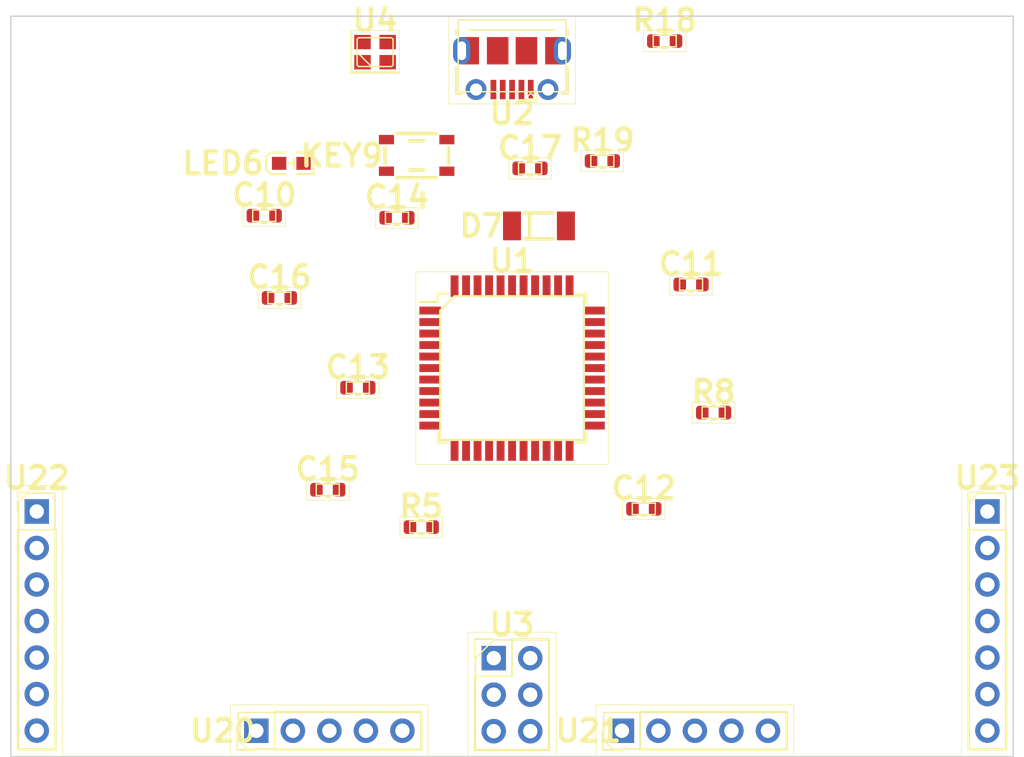
<source format=kicad_pcb>
(kicad_pcb
 (version 5)
 (host pcbnew 4.0.2-stable)
 (general
  (links 469)
  (no_connects 0)
  (area 0 0 69.72303730625092 51.49869153750062)
  (thickness 1.6002)
  (drawings 311)
  (tracks 3484)
  (zones 0)
  (modules 338)
  (nets 131))
 (page A3)
 (title_block
  (title GH60)
  (date "20 jan 2014")
  (rev B)
  (company "geekhack GH60 design team"))
 (layers
  (0 F.Cu signal)
  (31 B.Cu signal)
  (32 B.Adhes user)
  (33 F.Adhes user)
  (34 B.Paste user)
  (35 F.Paste user)
  (36 B.SilkS user)
  (37 F.SilkS user)
  (38 B.Mask user)
  (39 F.Mask user)
  (40 Dwgs.User user)
  (41 Cmts.User user)
  (42 Eco1.User user)
  (43 Eco2.User user)
  (44 Edge.Cuts user)
  (48 B.Fab user)
  (49 F.Fab user))
 (setup
  (last_trace_width 0.4064)
  (user_trace_width 0.254)
  (user_trace_width 0.4064)
  (user_trace_width 0.889)
  (trace_clearance 0.127)
  (zone_clearance 0.307299)
  (zone_45_only yes)
  (trace_min 0.127)
  (segment_width 2)
  (edge_width 0.0991)
  (via_size 1)
  (via_drill 0.4)
  (via_min_size 1)
  (via_min_drill 0.4)
  (uvia_size 0.508)
  (uvia_drill 0.127)
  (uvias_allowed no)
  (uvia_min_size 0.508)
  (uvia_min_drill 0.127)
  (pcb_text_width 0.3048)
  (pcb_text_size 1.524 2.032)
  (mod_edge_width 0.3)
  (mod_text_size 1.524 1.524)
  (mod_text_width 0.3048)
  (pad_size 0.9 0.9)
  (pad_drill 0.9)
  (pad_to_mask_clearance 0.1016)
  (pad_to_paste_clearance -0.02)
  (aux_axis_origin 62.29 64.62)
  (visible_elements FFFFFFFF)
  (pcbplotparams
   (layerselection 0x012a0_00000000)
   (usegerberextensions false)
   (excludeedgelayer true)
   (linewidth 0.15)
   (plotframeref false)
   (viasonmask false)
   (mode 1)
   (useauxorigin false)
   (hpglpennumber 1)
   (hpglpenspeed 20)
   (hpglpendiameter 15)
   (hpglpenoverlay 0)
   (psnegative false)
   (psa4output false)
   (plotreference true)
   (plotvalue false)
   (plotinvisibletext false)
   (padsonsilk false)
   (subtractmaskfromsilk false)
   (outputformat 4)
   (mirror false)
   (drillshape 0)
   (scaleselection 1)
   (outputdirectory gerber/)))
 (net 16 "16")
 (net 20 "20")
 (net 24 "24")
 (net 28 "28")
 (net 17 "17")
 (net 21 "21")
 (net 25 "25")
 (net 29 "29")
 (net 18 "18")
 (net 22 "22")
 (net 26 "26")
 (net 30 "30")
 (net 19 "19")
 (net 23 "23")
 (net 27 "27")
 (net 31 "31")
 (net 32 "32")
 (net 4 "4")
 (net 8 "8")
 (net 12 "12")
 (net 33 "33")
 (net 1 "1")
 (net 5 "5")
 (net 9 "9")
 (net 13 "13")
 (net 34 "34")
 (net 2 "2")
 (net 6 "6")
 (net 10 "10")
 (net 14 "14")
 (net 35 "35")
 (net 3 "3")
 (net 7 "7")
 (net 11 "11")
 (net 15 "15")
 (module "U1" (layer F.Cu)
   (tedit 0)
   (tstamp 0)
   (at 34.861518062801956 24.474345965738443 0.0)
   (path placeholder)
   (fp_text
    reference
    "U1"
    (at 0 -7.45 0)
    (layer F.SilkS)
    (effects (font (size 1.524 1.524) (thickness 0.3048))))
   (fp_line (start -4 -5) (end 5 -5) (layer F.SilkS) (width 0.15))
   (fp_line (start 5 -5) (end 5 5) (layer F.SilkS) (width 0.15))
   (fp_line (start 5 5) (end -5 5) (layer F.SilkS) (width 0.15))
   (fp_line (start -5 5) (end -5 -4) (layer F.SilkS) (width 0.15))
   (fp_line (start -5 -4) (end -4 -5) (layer F.SilkS) (width 0.15))
   (fp_line (start -6.7 -6.7) (end -6.7 6.7) (layer F.SilkS) (width 0.05))
   (fp_line (start 6.7 -6.7) (end 6.7 6.7) (layer F.SilkS) (width 0.05))
   (fp_line (start -6.7 -6.7) (end 6.7 -6.7) (layer F.SilkS) (width 0.05))
   (fp_line (start -6.7 6.7) (end 6.7 6.7) (layer F.SilkS) (width 0.05))
   (fp_line
    (start -5.175 -5.175)
    (end -5.175 -4.6)
    (layer F.SilkS)
    (width 0.15))
   (fp_line (start 5.175 -5.175) (end 5.175 -4.5) (layer F.SilkS) (width 0.15))
   (fp_line (start 5.175 5.175) (end 5.175 4.5) (layer F.SilkS) (width 0.15))
   (fp_line (start -5.175 5.175) (end -5.175 4.5) (layer F.SilkS) (width 0.15))
   (fp_line
    (start -5.175 -5.175)
    (end -4.5 -5.175)
    (layer F.SilkS)
    (width 0.15))
   (fp_line (start -5.175 5.175) (end -4.5 5.175) (layer F.SilkS) (width 0.15))
   (fp_line (start 5.175 5.175) (end 4.5 5.175) (layer F.SilkS) (width 0.15))
   (fp_line (start 5.175 -5.175) (end 4.5 -5.175) (layer F.SilkS) (width 0.15))
   (fp_line (start -5.175 -4.6) (end -6.45 -4.6) (layer F.SilkS) (width 0.15))
   (pad
    1
    smd
    rect
    (at -5.7 -4 0.0)
    (size 1.5 0.55)
    (layers F.Cu F.Paste F.Mask))
   (pad
    2
    smd
    rect
    (at -5.7 -3.2 0.0)
    (size 1.5 0.55)
    (layers F.Cu F.Paste F.Mask)
    (net 27 "27"))
   (pad
    3
    smd
    rect
    (at -5.7 -2.4 0.0)
    (size 1.5 0.55)
    (layers F.Cu F.Paste F.Mask)
    (net 16 "16"))
   (pad
    4
    smd
    rect
    (at -5.7 -1.6 0.0)
    (size 1.5 0.55)
    (layers F.Cu F.Paste F.Mask)
    (net 34 "34"))
   (pad
    5
    smd
    rect
    (at -5.7 -0.8 0.0)
    (size 1.5 0.55)
    (layers F.Cu F.Paste F.Mask)
    (net 33 "33"))
   (pad
    6
    smd
    rect
    (at -5.7 0 0.0)
    (size 1.5 0.55)
    (layers F.Cu F.Paste F.Mask)
    (net 31 "31"))
   (pad
    7
    smd
    rect
    (at -5.7 0.8 0.0)
    (size 1.5 0.55)
    (layers F.Cu F.Paste F.Mask)
    (net 27 "27"))
   (pad
    8
    smd
    rect
    (at -5.7 1.6 0.0)
    (size 1.5 0.55)
    (layers F.Cu F.Paste F.Mask)
    (net 1 "1"))
   (pad
    9
    smd
    rect
    (at -5.7 2.4 0.0)
    (size 1.5 0.55)
    (layers F.Cu F.Paste F.Mask)
    (net 4 "4"))
   (pad
    10
    smd
    rect
    (at -5.7 3.2 0.0)
    (size 1.5 0.55)
    (layers F.Cu F.Paste F.Mask)
    (net 15 "15"))
   (pad
    11
    smd
    rect
    (at -5.7 4 0.0)
    (size 1.5 0.55)
    (layers F.Cu F.Paste F.Mask)
    (net 7 "7"))
   (pad
    12
    smd
    rect
    (at -4 5.7 90.0)
    (size 1.5 0.55)
    (layers F.Cu F.Paste F.Mask)
    (net 35 "35"))
   (pad
    13
    smd
    rect
    (at -3.2 5.7 90.0)
    (size 1.5 0.55)
    (layers F.Cu F.Paste F.Mask)
    (net 24 "24"))
   (pad
    14
    smd
    rect
    (at -2.4 5.7 90.0)
    (size 1.5 0.55)
    (layers F.Cu F.Paste F.Mask)
    (net 27 "27"))
   (pad
    15
    smd
    rect
    (at -1.6 5.7 90.0)
    (size 1.5 0.55)
    (layers F.Cu F.Paste F.Mask)
    (net 33 "33"))
   (pad
    16
    smd
    rect
    (at -0.8 5.7 90.0)
    (size 1.5 0.55)
    (layers F.Cu F.Paste F.Mask)
    (net 3 "3"))
   (pad
    17
    smd
    rect
    (at 0 5.7 90.0)
    (size 1.5 0.55)
    (layers F.Cu F.Paste F.Mask)
    (net 18 "18"))
   (pad
    18
    smd
    rect
    (at 0.8 5.7 90.0)
    (size 1.5 0.55)
    (layers F.Cu F.Paste F.Mask)
    (net 10 "10"))
   (pad
    19
    smd
    rect
    (at 1.6 5.7 90.0)
    (size 1.5 0.55)
    (layers F.Cu F.Paste F.Mask)
    (net 13 "13"))
   (pad
    20
    smd
    rect
    (at 2.4 5.7 90.0)
    (size 1.5 0.55)
    (layers F.Cu F.Paste F.Mask)
    (net 29 "29"))
   (pad
    21
    smd
    rect
    (at 3.2 5.7 90.0)
    (size 1.5 0.55)
    (layers F.Cu F.Paste F.Mask)
    (net 21 "21"))
   (pad
    22
    smd
    rect
    (at 4 5.7 90.0)
    (size 1.5 0.55)
    (layers F.Cu F.Paste F.Mask)
    (net 17 "17"))
   (pad
    23
    smd
    rect
    (at 5.7 4 0.0)
    (size 1.5 0.55)
    (layers F.Cu F.Paste F.Mask)
    (net 33 "33"))
   (pad
    24
    smd
    rect
    (at 5.7 3.2 0.0)
    (size 1.5 0.55)
    (layers F.Cu F.Paste F.Mask)
    (net 27 "27"))
   (pad
    25
    smd
    rect
    (at 5.7 2.4 0.0)
    (size 1.5 0.55)
    (layers F.Cu F.Paste F.Mask)
    (net 20 "20"))
   (pad
    26
    smd
    rect
    (at 5.7 1.6 0.0)
    (size 1.5 0.55)
    (layers F.Cu F.Paste F.Mask)
    (net 28 "28"))
   (pad
    27
    smd
    rect
    (at 5.7 0.8 0.0)
    (size 1.5 0.55)
    (layers F.Cu F.Paste F.Mask)
    (net 12 "12"))
   (pad
    28
    smd
    rect
    (at 5.7 0 0.0)
    (size 1.5 0.55)
    (layers F.Cu F.Paste F.Mask)
    (net 14 "14"))
   (pad
    29
    smd
    rect
    (at 5.7 -0.8 0.0)
    (size 1.5 0.55)
    (layers F.Cu F.Paste F.Mask)
    (net 2 "2"))
   (pad
    30
    smd
    rect
    (at 5.7 -1.6 0.0)
    (size 1.5 0.55)
    (layers F.Cu F.Paste F.Mask)
    (net 5 "5"))
   (pad
    31
    smd
    rect
    (at 5.7 -2.4 0.0)
    (size 1.5 0.55)
    (layers F.Cu F.Paste F.Mask)
    (net 25 "25"))
   (pad
    32
    smd
    rect
    (at 5.7 -3.2 0.0)
    (size 1.5 0.55)
    (layers F.Cu F.Paste F.Mask))
   (pad
    33
    smd
    rect
    (at 5.7 -4 0.0)
    (size 1.5 0.55)
    (layers F.Cu F.Paste F.Mask))
   (pad
    34
    smd
    rect
    (at 4 -5.7 90.0)
    (size 1.5 0.55)
    (layers F.Cu F.Paste F.Mask)
    (net 27 "27"))
   (pad
    35
    smd
    rect
    (at 3.2 -5.7 90.0)
    (size 1.5 0.55)
    (layers F.Cu F.Paste F.Mask)
    (net 33 "33"))
   (pad
    36
    smd
    rect
    (at 2.4 -5.7 90.0)
    (size 1.5 0.55)
    (layers F.Cu F.Paste F.Mask)
    (net 9 "9"))
   (pad
    37
    smd
    rect
    (at 1.6 -5.7 90.0)
    (size 1.5 0.55)
    (layers F.Cu F.Paste F.Mask)
    (net 6 "6"))
   (pad
    38
    smd
    rect
    (at 0.8 -5.7 90.0)
    (size 1.5 0.55)
    (layers F.Cu F.Paste F.Mask)
    (net 30 "30"))
   (pad
    39
    smd
    rect
    (at 0 -5.7 90.0)
    (size 1.5 0.55)
    (layers F.Cu F.Paste F.Mask)
    (net 11 "11"))
   (pad
    40
    smd
    rect
    (at -0.8 -5.7 90.0)
    (size 1.5 0.55)
    (layers F.Cu F.Paste F.Mask)
    (net 8 "8"))
   (pad
    41
    smd
    rect
    (at -1.6 -5.7 90.0)
    (size 1.5 0.55)
    (layers F.Cu F.Paste F.Mask)
    (net 19 "19"))
   (pad
    42
    smd
    rect
    (at -2.4 -5.7 90.0)
    (size 1.5 0.55)
    (layers F.Cu F.Paste F.Mask))
   (pad
    43
    smd
    rect
    (at -3.2 -5.7 90.0)
    (size 1.5 0.55)
    (layers F.Cu F.Paste F.Mask)
    (net 33 "33"))
   (pad
    44
    smd
    rect
    (at -4 -5.7 90.0)
    (size 1.5 0.55)
    (layers F.Cu F.Paste F.Mask)
    (net 27 "27"))
   (fp_text
    user
    "AIN0/INT6/PE6"
    (at -5.7 -4)
    (layer Eco1.User)
    (effects (font (size 0.2 0.2) (thickness 0.05))))
   (fp_text
    user
    "UVCC"
    (at -5.7 -3.2)
    (layer Eco1.User)
    (effects (font (size 0.2 0.2) (thickness 0.05))))
   (fp_text
    user
    "D-"
    (at -5.7 -2.4)
    (layer Eco1.User)
    (effects (font (size 0.2 0.2) (thickness 0.05))))
   (fp_text
    user
    "D+"
    (at -5.7 -1.6)
    (layer Eco1.User)
    (effects (font (size 0.2 0.2) (thickness 0.05))))
   (fp_text
    user
    "UGND"
    (at -5.7 -0.8)
    (layer Eco1.User)
    (effects (font (size 0.2 0.2) (thickness 0.05))))
   (fp_text
    user
    "UCAP"
    (at -5.7 0)
    (layer Eco1.User)
    (effects (font (size 0.2 0.2) (thickness 0.05))))
   (fp_text
    user
    "VBUS"
    (at -5.7 0.8)
    (layer Eco1.User)
    (effects (font (size 0.2 0.2) (thickness 0.05))))
   (fp_text
    user
    "PB0/PCINT0/SS"
    (at -5.7 1.6)
    (layer Eco1.User)
    (effects (font (size 0.2 0.2) (thickness 0.05))))
   (fp_text
    user
    "PCINT1/SCLK/PB1"
    (at -5.7 2.4)
    (layer Eco1.User)
    (effects (font (size 0.2 0.2) (thickness 0.05))))
   (fp_text
    user
    "PDI/PCINT2/PB2/MOSI"
    (at -5.7 3.2)
    (layer Eco1.User)
    (effects (font (size 0.2 0.2) (thickness 0.05))))
   (fp_text
    user
    "PDO/MISO/PB3/PCINT3"
    (at -5.7 4)
    (layer Eco1.User)
    (effects (font (size 0.2 0.2) (thickness 0.05))))
   (fp_text
    user
    "PCINT7/PB7/RTS/OC0A/OC1C"
    (at -4 5.7 90)
    (layer Eco1.User)
    (effects (font (size 0.2 0.2) (thickness 0.05))))
   (fp_text
    user
    "RESET"
    (at -3.2 5.7 90)
    (layer Eco1.User)
    (effects (font (size 0.2 0.2) (thickness 0.05))))
   (fp_text
    user
    "VCC"
    (at -2.4 5.7 90)
    (layer Eco1.User)
    (effects (font (size 0.2 0.2) (thickness 0.05))))
   (fp_text
    user
    "GND"
    (at -1.6 5.7 90)
    (layer Eco1.User)
    (effects (font (size 0.2 0.2) (thickness 0.05))))
   (fp_text
    user
    "XTAL2"
    (at -0.8 5.7 90)
    (layer Eco1.User)
    (effects (font (size 0.2 0.2) (thickness 0.05))))
   (fp_text
    user
    "XTAL1"
    (at 0 5.7 90)
    (layer Eco1.User)
    (effects (font (size 0.2 0.2) (thickness 0.05))))
   (fp_text
    user
    "SCL/PD0/OC0B/INT0"
    (at 0.8 5.7 90)
    (layer Eco1.User)
    (effects (font (size 0.2 0.2) (thickness 0.05))))
   (fp_text
    user
    "INT1/PD1/SDA"
    (at 1.6 5.7 90)
    (layer Eco1.User)
    (effects (font (size 0.2 0.2) (thickness 0.05))))
   (fp_text
    user
    "PD2/RXD1/INT2"
    (at 2.4 5.7 90)
    (layer Eco1.User)
    (effects (font (size 0.2 0.2) (thickness 0.05))))
   (fp_text
    user
    "TXD1/INT3/PD3"
    (at 3.2 5.7 90)
    (layer Eco1.User)
    (effects (font (size 0.2 0.2) (thickness 0.05))))
   (fp_text
    user
    "PD5/XCK1/CTS"
    (at 4 5.7 90)
    (layer Eco1.User)
    (effects (font (size 0.2 0.2) (thickness 0.05))))
   (fp_text
    user
    "GND"
    (at 5.7 4)
    (layer Eco1.User)
    (effects (font (size 0.2 0.2) (thickness 0.05))))
   (fp_text
    user
    "AVCC"
    (at 5.7 3.2)
    (layer Eco1.User)
    (effects (font (size 0.2 0.2) (thickness 0.05))))
   (fp_text
    user
    "ICP1/PD4/ADC8"
    (at 5.7 2.4)
    (layer Eco1.User)
    (effects (font (size 0.2 0.2) (thickness 0.05))))
   (fp_text
    user
    "PD6/T1/ADC9"
    (at 5.7 1.6)
    (layer Eco1.User)
    (effects (font (size 0.2 0.2) (thickness 0.05))))
   (fp_text
    user
    "T0/OC4D/PD7/ADC10"
    (at 5.7 0.8)
    (layer Eco1.User)
    (effects (font (size 0.2 0.2) (thickness 0.05))))
   (fp_text
    user
    "PB4/PCINT4/ADC11"
    (at 5.7 0)
    (layer Eco1.User)
    (effects (font (size 0.2 0.2) (thickness 0.05))))
   (fp_text
    user
    "PB5/OC1A/PCINT5/ADC12"
    (at 5.7 -0.8)
    (layer Eco1.User)
    (effects (font (size 0.2 0.2) (thickness 0.05))))
   (fp_text
    user
    "ADC13/PCINT6/PB6/OC1B/OC4B"
    (at 5.7 -1.6)
    (layer Eco1.User)
    (effects (font (size 0.2 0.2) (thickness 0.05))))
   (fp_text
    user
    "OC3A/PC6"
    (at 5.7 -2.4)
    (layer Eco1.User)
    (effects (font (size 0.2 0.2) (thickness 0.05))))
   (fp_text
    user
    "ICP3/CLK0/PC7/OC4A"
    (at 5.7 -3.2)
    (layer Eco1.User)
    (effects (font (size 0.2 0.2) (thickness 0.05))))
   (fp_text
    user
    "PE2/HWB"
    (at 5.7 -4)
    (layer Eco1.User)
    (effects (font (size 0.2 0.2) (thickness 0.05))))
   (fp_text
    user
    "VCC"
    (at 4 -5.7 90)
    (layer Eco1.User)
    (effects (font (size 0.2 0.2) (thickness 0.05))))
   (fp_text
    user
    "GND"
    (at 3.2 -5.7 90)
    (layer Eco1.User)
    (effects (font (size 0.2 0.2) (thickness 0.05))))
   (fp_text
    user
    "PF7/TDI/ADC7"
    (at 2.4 -5.7 90)
    (layer Eco1.User)
    (effects (font (size 0.2 0.2) (thickness 0.05))))
   (fp_text
    user
    "PF6/TDO/ADC6"
    (at 1.6 -5.7 90)
    (layer Eco1.User)
    (effects (font (size 0.2 0.2) (thickness 0.05))))
   (fp_text
    user
    "PF5/ADC5/TMS"
    (at 0.8 -5.7 90)
    (layer Eco1.User)
    (effects (font (size 0.2 0.2) (thickness 0.05))))
   (fp_text
    user
    "PF4/ADC4/TCK"
    (at 0 -5.7 90)
    (layer Eco1.User)
    (effects (font (size 0.2 0.2) (thickness 0.05))))
   (fp_text
    user
    "PF1/ADC1"
    (at -0.8 -5.7 90)
    (layer Eco1.User)
    (effects (font (size 0.2 0.2) (thickness 0.05))))
   (fp_text
    user
    "ADC0/PF0"
    (at -1.6 -5.7 90)
    (layer Eco1.User)
    (effects (font (size 0.2 0.2) (thickness 0.05))))
   (fp_text
    user
    "AREF"
    (at -2.4 -5.7 90)
    (layer Eco1.User)
    (effects (font (size 0.2 0.2) (thickness 0.05))))
   (fp_text
    user
    "GND"
    (at -3.2 -5.7 90)
    (layer Eco1.User)
    (effects (font (size 0.2 0.2) (thickness 0.05))))
   (fp_text
    user
    "AVCC"
    (at -4 -5.7 90)
    (layer Eco1.User)
    (effects (font (size 0.2 0.2) (thickness 0.05)))))
 (module "U2" (layer F.Cu)
   (tedit 0)
   (tstamp 0)
   (at 34.86151809018398 3.640000116255006 180.000002659109)
   (path placeholder)
   (fp_text
    reference
    "U2"
    (at 0 -3.1125 0)
    (layer F.SilkS)
    (effects (font (size 1.524 1.524) (thickness 0.3048))))
   (fp_line (start -4.4 3.64) (end 4.4 3.64) (layer F.SilkS) (width 0.05))
   (fp_line (start 4.4 -2.46) (end 4.4 3.64) (layer F.SilkS) (width 0.05))
   (fp_line (start -4.4 -2.46) (end 4.4 -2.46) (layer F.SilkS) (width 0.05))
   (fp_line (start -4.4 3.64) (end -4.4 -2.46) (layer F.SilkS) (width 0.05))
   (fp_line
    (start -3.9 -1.7625)
    (end -3.45 -1.7625)
    (layer F.SilkS)
    (width 0.12))
   (fp_line
    (start -3.9 0.0875)
    (end -3.9 -1.7625)
    (layer F.SilkS)
    (width 0.12))
   (fp_line (start 3.9 2.6375) (end 3.9 2.3875) (layer F.SilkS) (width 0.12))
   (fp_line (start 3.75 3.3875) (end 3.75 -1.6125) (layer F.SilkS) (width 0.1))
   (fp_line (start -3 2.689204) (end 3 2.689204) (layer F.SilkS) (width 0.1))
   (fp_line
    (start -3.75 3.389204)
    (end 3.75 3.389204)
    (layer F.SilkS)
    (width 0.1))
   (fp_line
    (start -3.75 -1.6125)
    (end 3.75 -1.6125)
    (layer F.SilkS)
    (width 0.1))
   (fp_line
    (start -3.75 3.3875)
    (end -3.75 -1.6125)
    (layer F.SilkS)
    (width 0.1))
   (fp_line (start -3.9 2.6375) (end -3.9 2.3875) (layer F.SilkS) (width 0.12))
   (fp_line (start 3.9 0.0875) (end 3.9 -1.7625) (layer F.SilkS) (width 0.12))
   (fp_line
    (start 3.9 -1.7625)
    (end 3.45 -1.7625)
    (layer F.SilkS)
    (width 0.12))
   (fp_line
    (start -1.7 -2.3125)
    (end -1.25 -2.3125)
    (layer F.SilkS)
    (width 0.12))
   (fp_line
    (start -1.7 -2.3125)
    (end -1.7 -1.8625)
    (layer F.SilkS)
    (width 0.12))
   (fp_line
    (start -1.3 -1.7125)
    (end -1.5 -1.9125)
    (layer F.SilkS)
    (width 0.1))
   (fp_line
    (start -1.1 -1.9125)
    (end -1.3 -1.7125)
    (layer F.SilkS)
    (width 0.1))
   (fp_line
    (start -1.5 -2.1225)
    (end -1.1 -2.1225)
    (layer F.SilkS)
    (width 0.1))
   (fp_line
    (start -1.5 -2.1225)
    (end -1.5 -1.9125)
    (layer F.SilkS)
    (width 0.1))
   (fp_line
    (start -1.1 -2.1225)
    (end -1.1 -1.9125)
    (layer F.SilkS)
    (width 0.1))
   (pad
    6
    smd
    rect
    (at 1 1.2375 180.000002659109)
    (size 1.5 1.9)
    (layers F.Cu F.Paste F.Mask))
   (pad
    6
    thru_hole
    circle
    (at -2.5 -1.4625 180.000002659109)
    (size 1.45 1.45)
    (drill 0.85)
    (layers *.Cu *.Mask))
   (pad
    2
    smd
    rect
    (at -0.65 -1.4625 180.000002659109)
    (size 0.4 1.35)
    (layers F.Cu F.Paste F.Mask)
    (net 23 "23"))
   (pad
    1
    smd
    rect
    (at -1.3 -1.4625 180.000002659109)
    (size 0.4 1.35)
    (layers F.Cu F.Paste F.Mask)
    (net 27 "27"))
   (pad
    5
    smd
    rect
    (at 1.3 -1.4625 180.000002659109)
    (size 0.4 1.35)
    (layers F.Cu F.Paste F.Mask)
    (net 33 "33"))
   (pad
    4
    smd
    rect
    (at 0.65 -1.4625 180.000002659109)
    (size 0.4 1.35)
    (layers F.Cu F.Paste F.Mask))
   (pad
    3
    smd
    rect
    (at 0 -1.4625 180.000002659109)
    (size 0.4 1.35)
    (layers F.Cu F.Paste F.Mask)
    (net 26 "26"))
   (pad
    6
    thru_hole
    circle
    (at 2.5 -1.4625 180.000002659109)
    (size 1.45 1.45)
    (drill 0.85)
    (layers *.Cu *.Mask))
   (pad
    6
    smd
    rect
    (at -1 1.2375 180.000002659109)
    (size 1.5 1.9)
    (layers F.Cu F.Paste F.Mask))
   (pad
    6
    thru_hole
    oval
    (at -3.5 1.2375 360.000002659109)
    (size 1.2 1.9)
    (drill oval 0.6 1.3)
    (layers *.Cu *.Mask))
   (pad
    6
    thru_hole
    oval
    (at 3.5 1.2375 180.000002659109)
    (size 1.2 1.9)
    (drill oval 0.6 1.3)
    (layers *.Cu *.Mask))
   (pad
    6
    smd
    rect
    (at 2.9 1.2375 180.000002659109)
    (size 1.2 1.9)
    (layers F.Cu F.Paste F.Mask))
   (pad
    6
    smd
    rect
    (at -2.9 1.2375 180.000002659109)
    (size 1.2 1.9)
    (layers F.Cu F.Paste F.Mask))
   (fp_text
    user
    "6"
    (at 1 1.2375 90)
    (layer Eco1.User)
    (effects (font (size 0.2 0.2) (thickness 0.05))))
   (fp_text
    user
    "6"
    (at -2.5 -1.4625 90)
    (layer Eco1.User)
    (effects (font (size 0.2 0.2) (thickness 0.05))))
   (fp_text
    user
    "D-"
    (at -0.65 -1.4625 90)
    (layer Eco1.User)
    (effects (font (size 0.2 0.2) (thickness 0.05))))
   (fp_text
    user
    "VBUS"
    (at -1.3 -1.4625 90)
    (layer Eco1.User)
    (effects (font (size 0.2 0.2) (thickness 0.05))))
   (fp_text
    user
    "GND"
    (at 1.3 -1.4625 90)
    (layer Eco1.User)
    (effects (font (size 0.2 0.2) (thickness 0.05))))
   (fp_text
    user
    "ID"
    (at 0.65 -1.4625 90)
    (layer Eco1.User)
    (effects (font (size 0.2 0.2) (thickness 0.05))))
   (fp_text
    user
    "D+"
    (at 0 -1.4625 90)
    (layer Eco1.User)
    (effects (font (size 0.2 0.2) (thickness 0.05))))
   (fp_text
    user
    "6"
    (at 2.5 -1.4625 90)
    (layer Eco1.User)
    (effects (font (size 0.2 0.2) (thickness 0.05))))
   (fp_text
    user
    "6"
    (at -1 1.2375 90)
    (layer Eco1.User)
    (effects (font (size 0.2 0.2) (thickness 0.05))))
   (fp_text
    user
    "6"
    (at -3.5 1.2375 90)
    (layer Eco1.User)
    (effects (font (size 0.2 0.2) (thickness 0.05))))
   (fp_text
    user
    "6"
    (at 3.5 1.2375 90)
    (layer Eco1.User)
    (effects (font (size 0.2 0.2) (thickness 0.05))))
   (fp_text
    user
    "6"
    (at 2.9 1.2375 90)
    (layer Eco1.User)
    (effects (font (size 0.2 0.2) (thickness 0.05))))
   (fp_text
    user
    "6"
    (at -2.9 1.2375 90)
    (layer Eco1.User)
    (effects (font (size 0.2 0.2) (thickness 0.05)))))
 (module "U3" (layer F.Cu)
   (tedit 0)
   (tstamp 0)
   (at 33.58651806280196 44.648691712627944 0.0)
   (path placeholder)
   (fp_text
    reference
    "U3"
    (at 1.27 -2.33 0)
    (layer F.SilkS)
    (effects (font (size 1.524 1.524) (thickness 0.3048))))
   (fp_line (start 0 -1.27) (end 3.81 -1.27) (layer F.SilkS) (width 0.1))
   (fp_line (start 3.81 -1.27) (end 3.81 6.35) (layer F.SilkS) (width 0.1))
   (fp_line (start 3.81 6.35) (end -1.27 6.35) (layer F.SilkS) (width 0.1))
   (fp_line (start -1.27 6.35) (end -1.27 0) (layer F.SilkS) (width 0.1))
   (fp_line (start -1.27 0) (end 0 -1.27) (layer F.SilkS) (width 0.1))
   (fp_line (start -1.33 6.41) (end 3.87 6.41) (layer F.SilkS) (width 0.12))
   (fp_line (start -1.33 1.27) (end -1.33 6.41) (layer F.SilkS) (width 0.12))
   (fp_line (start 3.87 -1.33) (end 3.87 6.41) (layer F.SilkS) (width 0.12))
   (fp_line (start -1.33 1.27) (end 1.27 1.27) (layer F.SilkS) (width 0.12))
   (fp_line (start 1.27 1.27) (end 1.27 -1.33) (layer F.SilkS) (width 0.12))
   (fp_line (start 1.27 -1.33) (end 3.87 -1.33) (layer F.SilkS) (width 0.12))
   (fp_line (start -1.33 0) (end -1.33 -1.33) (layer F.SilkS) (width 0.12))
   (fp_line (start -1.33 -1.33) (end 0 -1.33) (layer F.SilkS) (width 0.12))
   (fp_line (start -1.8 -1.8) (end -1.8 6.85) (layer F.SilkS) (width 0.05))
   (fp_line (start -1.8 6.85) (end 4.35 6.85) (layer F.SilkS) (width 0.05))
   (fp_line (start 4.35 6.85) (end 4.35 -1.8) (layer F.SilkS) (width 0.05))
   (fp_line (start 4.35 -1.8) (end -1.8 -1.8) (layer F.SilkS) (width 0.05))
   (pad
    1
    thru_hole
    rect
    (at 0 0 0.0)
    (size 1.7 1.7)
    (drill 1.0)
    (layers *.Cu *.Mask)
    (net 7 "7"))
   (pad
    2
    thru_hole
    oval
    (at 2.54 0 0.0)
    (size 1.7 1.7)
    (drill 1.0)
    (layers *.Cu *.Mask)
    (net 27 "27"))
   (pad
    3
    thru_hole
    oval
    (at 0 2.54 0.0)
    (size 1.7 1.7)
    (drill 1.0)
    (layers *.Cu *.Mask)
    (net 4 "4"))
   (pad
    4
    thru_hole
    oval
    (at 2.54 2.54 0.0)
    (size 1.7 1.7)
    (drill 1.0)
    (layers *.Cu *.Mask)
    (net 15 "15"))
   (pad
    5
    thru_hole
    oval
    (at 0 5.08 0.0)
    (size 1.7 1.7)
    (drill 1.0)
    (layers *.Cu *.Mask)
    (net 24 "24"))
   (pad
    6
    thru_hole
    oval
    (at 2.54 5.08 0.0)
    (size 1.7 1.7)
    (drill 1.0)
    (layers *.Cu *.Mask)
    (net 33 "33"))
   (fp_text
    user
    "1"
    (at 0 0 90)
    (layer Eco1.User)
    (effects (font (size 0.2 0.2) (thickness 0.05))))
   (fp_text
    user
    "2"
    (at 2.54 0 90)
    (layer Eco1.User)
    (effects (font (size 0.2 0.2) (thickness 0.05))))
   (fp_text
    user
    "3"
    (at 0 2.54 90)
    (layer Eco1.User)
    (effects (font (size 0.2 0.2) (thickness 0.05))))
   (fp_text
    user
    "4"
    (at 2.54 2.54 90)
    (layer Eco1.User)
    (effects (font (size 0.2 0.2) (thickness 0.05))))
   (fp_text
    user
    "5"
    (at 0 5.08 90)
    (layer Eco1.User)
    (effects (font (size 0.2 0.2) (thickness 0.05))))
   (fp_text
    user
    "6"
    (at 2.54 5.08 90)
    (layer Eco1.User)
    (effects (font (size 0.2 0.2) (thickness 0.05)))))
 (module "U4" (layer F.Cu)
   (tedit 0)
   (tstamp 0)
   (at 25.33277228446042 2.4999999728060502 0.0)
   (path placeholder)
   (fp_text
    reference
    "U4"
    (at 0 -2.2 0)
    (layer F.SilkS)
    (effects (font (size 1.524 1.524) (thickness 0.3048))))
   (fp_line (start -1.15 -1) (end 1.15 -1) (layer F.SilkS) (width 0.1))
   (fp_line (start 1.15 -1) (end 1.25 -0.9) (layer F.SilkS) (width 0.1))
   (fp_line (start 1.25 -0.9) (end 1.25 0.9) (layer F.SilkS) (width 0.1))
   (fp_line (start 1.25 0.9) (end 1.15 1) (layer F.SilkS) (width 0.1))
   (fp_line (start 1.15 1) (end -1.15 1) (layer F.SilkS) (width 0.1))
   (fp_line (start -1.15 1) (end -1.25 0.9) (layer F.SilkS) (width 0.1))
   (fp_line (start -1.25 0.9) (end -1.25 -0.9) (layer F.SilkS) (width 0.1))
   (fp_line (start -1.25 -0.9) (end -1.15 -1) (layer F.SilkS) (width 0.1))
   (fp_line (start -1.25 0) (end -0.25 1) (layer F.SilkS) (width 0.1))
   (fp_line (start -1.65 -1.4) (end -1.65 1.4) (layer F.SilkS) (width 0.12))
   (fp_line (start -1.65 1.4) (end 1.65 1.4) (layer F.SilkS) (width 0.12))
   (fp_line (start -1.7 -1.5) (end -1.7 1.5) (layer F.SilkS) (width 0.05))
   (fp_line (start -1.7 1.5) (end 1.7 1.5) (layer F.SilkS) (width 0.05))
   (fp_line (start 1.7 1.5) (end 1.7 -1.5) (layer F.SilkS) (width 0.05))
   (fp_line (start 1.7 -1.5) (end -1.7 -1.5) (layer F.SilkS) (width 0.05))
   (pad
    1
    smd
    rect
    (at -0.875 0.7 0.0)
    (size 1.15 1)
    (layers F.Cu F.Paste F.Mask)
    (net 18 "18"))
   (pad
    2
    smd
    rect
    (at 0.875 0.7 0.0)
    (size 1.15 1)
    (layers F.Cu F.Paste F.Mask)
    (net 33 "33"))
   (pad
    3
    smd
    rect
    (at 0.875 -0.7 0.0)
    (size 1.15 1)
    (layers F.Cu F.Paste F.Mask)
    (net 3 "3"))
   (pad
    4
    smd
    rect
    (at -0.875 -0.7 0.0)
    (size 1.15 1)
    (layers F.Cu F.Paste F.Mask)
    (net 33 "33"))
   (fp_text
    user
    "XIN"
    (at -0.875 0.7)
    (layer Eco1.User)
    (effects (font (size 0.2 0.2) (thickness 0.05))))
   (fp_text
    user
    "GND"
    (at 0.875 0.7)
    (layer Eco1.User)
    (effects (font (size 0.2 0.2) (thickness 0.05))))
   (fp_text
    user
    "XOUT"
    (at 0.875 -0.7)
    (layer Eco1.User)
    (effects (font (size 0.2 0.2) (thickness 0.05))))
   (fp_text
    user
    "GND"
    (at -0.875 -0.7)
    (layer Eco1.User)
    (effects (font (size 0.2 0.2) (thickness 0.05)))))
 (module "R5" (layer F.Cu)
   (tedit 0)
   (tstamp 0)
   (at 28.545760043375193 35.53375024085814 0.0)
   (path placeholder)
   (fp_text
    reference
    "R5"
    (at 0 -1.43 0)
    (layer F.SilkS)
    (effects (font (size 1.524 1.524) (thickness 0.3048))))
   (fp_line (start -0.8 0.4) (end -0.8 -0.4) (layer F.SilkS) (width 0.1))
   (fp_line (start -0.8 -0.4) (end 0.8 -0.4) (layer F.SilkS) (width 0.1))
   (fp_line (start 0.8 -0.4) (end 0.8 0.4) (layer F.SilkS) (width 0.1))
   (fp_line (start 0.8 0.4) (end -0.8 0.4) (layer F.SilkS) (width 0.1))
   (fp_line
    (start -0.162779 -0.51)
    (end 0.162779 -0.51)
    (layer F.SilkS)
    (width 0.12))
   (fp_line
    (start -0.162779 0.51)
    (end 0.162779 0.51)
    (layer F.SilkS)
    (width 0.12))
   (fp_line (start -1.48 0.73) (end -1.48 -0.73) (layer F.SilkS) (width 0.05))
   (fp_line (start -1.48 -0.73) (end 1.48 -0.73) (layer F.SilkS) (width 0.05))
   (fp_line (start 1.48 -0.73) (end 1.48 0.73) (layer F.SilkS) (width 0.05))
   (fp_line (start 1.48 0.73) (end -1.48 0.73) (layer F.SilkS) (width 0.05))
   (pad
    1
    smd
    roundrect
    (at -0.7875 0 0.0)
    (size 0.875 0.95)
    (layers F.Cu F.Paste F.Mask)
    (net 25 "25"))
   (pad
    2
    smd
    roundrect
    (at 0.7875 0 0.0)
    (size 0.875 0.95)
    (layers F.Cu F.Paste F.Mask)
    (net 32 "32"))
   (fp_text
    user
    "left/1"
    (at -0.7875 0 90)
    (layer Eco1.User)
    (effects (font (size 0.2 0.2) (thickness 0.05))))
   (fp_text
    user
    "right/2"
    (at 0.7875 0 90)
    (layer Eco1.User)
    (effects (font (size 0.2 0.2) (thickness 0.05)))))
 (module "LED6" (layer F.Cu)
   (tedit 0)
   (tstamp 0)
   (at 19.509229388097516 10.235643942284133 0.0)
   (path placeholder)
   (fp_text
    reference
    "LED6"
    (at -4.750059999999962 2.5399999969977216e-05 0)
    (layer F.SilkS)
    (effects (font (size 1.524 1.524) (thickness 0.3048))))
   (fp_line
    (start -1.7500599999999622 0.35001199999987875)
    (end -1.7500599999999622 0.45003719999988334)
    (layer F.SilkS)
    (width 0.15001240000000002))
   (fp_line
    (start -1.7500599999999622 0.45003719999988334)
    (end -1.4501113999999689 0.7500619999999572)
    (layer F.SilkS)
    (width 0.15001240000000002))
   (fp_line
    (start 0.3999484000000848 -0.7500112000000172)
    (end 1.5499587999998994 -0.7500112000000172)
    (layer F.SilkS)
    (width 0.15001240000000002))
   (fp_line
    (start 0.3999484000000848 0.7500619999999572)
    (end 1.5499587999998994 0.7500619999999572)
    (layer F.SilkS)
    (width 0.15001240000000002))
   (fp_line
    (start -0.400049999999851 -0.7500112000000172)
    (end -1.4501113999999689 -0.7500112000000172)
    (layer F.SilkS)
    (width 0.15001240000000002))
   (fp_line
    (start -0.400049999999851 0.7500619999999572)
    (end -1.4501113999999689 0.7500619999999572)
    (layer F.SilkS)
    (width 0.15001240000000002))
   (fp_line
    (start 1.5499587999998994 -0.7498842000001105)
    (end 1.5499587999998994 0.7300213999999414)
    (layer F.SilkS)
    (width 0.15001240000000002))
   (fp_line
    (start -1.7500599999999622 -0.34991040000011253)
    (end -1.7500599999999622 0.35001199999987875)
    (layer F.SilkS)
    (width 0.15001240000000002))
   (fp_line
    (start -1.7500599999999622 -0.34991040000011253)
    (end -1.7500599999999622 -0.45006260000013754)
    (layer F.SilkS)
    (width 0.15001240000000002))
   (fp_line
    (start -1.7500599999999622 -0.45006260000013754)
    (end -1.4501113999999689 -0.7500112000000172)
    (layer F.SilkS)
    (width 0.15001240000000002))
   (fp_line
    (start 0.170002199999999 -0.3499865999999656)
    (end 0.170002199999999 0.32999679999988984)
    (layer F.SilkS)
    (width 0.15001240000000002))
   (fp_line
    (start 0.170002199999999 -0.0022606000001132998)
    (end -0.1700021999998853 -0.0022606000001132998)
    (layer F.SilkS)
    (width 0.15001240000000002))
   (pad
    1
    smd
    rect
    (at -0.850188800000069 5.079999993995443e-05 0.0)
    (size 0.9999979999999998 0.899922)
    (layers F.Cu F.Paste F.Mask)
    (net 33 "33"))
   (pad
    2
    smd
    rect
    (at 0.8498331999999209 5.079999993995443e-05 0.0)
    (size 0.9999979999999998 0.899922)
    (layers F.Cu F.Paste F.Mask)
    (net 32 "32"))
   (fp_text
    user
    "right/-"
    (at -0.850188800000069 5.079999993995443e-05)
    (layer Eco1.User)
    (effects (font (size 0.2 0.2) (thickness 0.05))))
   (fp_text
    user
    "+/left"
    (at 0.8498331999999209 5.079999993995443e-05)
    (layer Eco1.User)
    (effects (font (size 0.2 0.2) (thickness 0.05)))))
 (module "D7" (layer F.Cu)
   (tedit 0)
   (tstamp 0)
   (at 36.730859353368864 14.585686411493052 0.0)
   (path placeholder)
   (fp_text
    reference
    "D7"
    (at -3.999998000000005 0.0 0)
    (layer F.SilkS)
    (effects (font (size 1.524 1.524) (thickness 0.3048))))
   (fp_line
    (start -0.999998000000005 -0.8999982000000273)
    (end 0.9999979999999908 -0.8999982000000273)
    (layer F.SilkS)
    (width 0.254))
   (fp_line
    (start -0.999998000000005 0.8999982000000273)
    (end 0.9999979999999908 0.8999982000000273)
    (layer F.SilkS)
    (width 0.254))
   (fp_line
    (start -0.6371843999999953 -0.8999982000000273)
    (end -0.6371843999999953 0.8999982000000273)
    (layer F.SilkS)
    (width 0.254))
   (pad
    2
    smd
    rect
    (at 1.875053400000013 0.0 0.0)
    (size 1.2500101999999997 1.9999959999999997)
    (layers F.Cu F.Paste F.Mask)
    (net 24 "24"))
   (pad
    1
    smd
    rect
    (at -1.8750025999999878 0.0 0.0)
    (size 1.2500101999999997 1.9999959999999997)
    (layers F.Cu F.Paste F.Mask)
    (net 22 "22"))
   (fp_text
    user
    "+/left"
    (at 1.875053400000013 0.0 90)
    (layer Eco1.User)
    (effects (font (size 0.2 0.2) (thickness 0.05))))
   (fp_text
    user
    "right/-"
    (at -1.8750025999999878 0.0 90)
    (layer Eco1.User)
    (effects (font (size 0.2 0.2) (thickness 0.05)))))
 (module "R8" (layer F.Cu)
   (tedit 0)
   (tstamp 0)
   (at 48.878743921368844 27.57120900729145 0.0)
   (path placeholder)
   (fp_text
    reference
    "R8"
    (at 0 -1.43 0)
    (layer F.SilkS)
    (effects (font (size 1.524 1.524) (thickness 0.3048))))
   (fp_line (start -0.8 0.4) (end -0.8 -0.4) (layer F.SilkS) (width 0.1))
   (fp_line (start -0.8 -0.4) (end 0.8 -0.4) (layer F.SilkS) (width 0.1))
   (fp_line (start 0.8 -0.4) (end 0.8 0.4) (layer F.SilkS) (width 0.1))
   (fp_line (start 0.8 0.4) (end -0.8 0.4) (layer F.SilkS) (width 0.1))
   (fp_line
    (start -0.162779 -0.51)
    (end 0.162779 -0.51)
    (layer F.SilkS)
    (width 0.12))
   (fp_line
    (start -0.162779 0.51)
    (end 0.162779 0.51)
    (layer F.SilkS)
    (width 0.12))
   (fp_line (start -1.48 0.73) (end -1.48 -0.73) (layer F.SilkS) (width 0.05))
   (fp_line (start -1.48 -0.73) (end 1.48 -0.73) (layer F.SilkS) (width 0.05))
   (fp_line (start 1.48 -0.73) (end 1.48 0.73) (layer F.SilkS) (width 0.05))
   (fp_line (start 1.48 0.73) (end -1.48 0.73) (layer F.SilkS) (width 0.05))
   (pad
    1
    smd
    roundrect
    (at -0.7875 0 0.0)
    (size 0.875 0.95)
    (layers F.Cu F.Paste F.Mask)
    (net 24 "24"))
   (pad
    2
    smd
    roundrect
    (at 0.7875 0 0.0)
    (size 0.875 0.95)
    (layers F.Cu F.Paste F.Mask)
    (net 22 "22"))
   (fp_text
    user
    "left/1"
    (at -0.7875 0 90)
    (layer Eco1.User)
    (effects (font (size 0.2 0.2) (thickness 0.05))))
   (fp_text
    user
    "right/2"
    (at 0.7875 0 90)
    (layer Eco1.User)
    (effects (font (size 0.2 0.2) (thickness 0.05)))))
 (module "KEY9" (layer F.Cu)
   (tedit 0)
   (tstamp 0)
   (at 28.22590220905531 9.684501242908492 0.0)
   (path placeholder)
   (fp_text
    reference
    "KEY9"
    (at -5.199894000000086 0.012890499999855365 0)
    (layer F.SilkS)
    (effects (font (size 1.524 1.524) (thickness 0.3048))))
   (fp_line
    (start -0.5080000000001519 -1.0161270000000968)
    (end 0.5080000000000382 -1.0161270000000968)
    (layer F.SilkS)
    (width 0.254))
   (fp_line
    (start -0.5080000000001519 1.0158729999999423)
    (end 0.5080000000000382 1.0158729999999423)
    (layer F.SilkS)
    (width 0.254))
   (fp_line
    (start 2.199893999999972 -0.543941000000018)
    (end 2.199893999999972 0.5436869999999772)
    (layer F.SilkS)
    (width 0.254))
   (fp_line
    (start 1.3664184000000432 -1.5240000000001146)
    (end -1.366418400000157 -1.5240000000001146)
    (layer F.SilkS)
    (width 0.254))
   (fp_line
    (start -2.1998940000000857 -0.543941000000018)
    (end -2.1998940000000857 0.5436869999999772)
    (layer F.SilkS)
    (width 0.254))
   (fp_line
    (start -1.3810995999999705 1.5497809999998253)
    (end 1.3810995999998568 1.5497809999998253)
    (layer F.SilkS)
    (width 0.254))
   (pad
    1
    smd
    rect
    (at -2.100072000000182 -1.0999470000000429 0.0)
    (size 1.0499978999999997 0.6499986999999999)
    (layers F.Cu F.Paste F.Mask)
    (net 24 "24"))
   (pad
    2
    smd
    rect
    (at 2.1000720000000683 -1.0999470000000429 0.0)
    (size 1.0499978999999997 0.6499986999999999)
    (layers F.Cu F.Paste F.Mask))
   (pad
    3
    smd
    rect
    (at -2.100072000000182 1.0999469999999292 0.0)
    (size 1.0499978999999997 0.6499986999999999)
    (layers F.Cu F.Paste F.Mask)
    (net 33 "33"))
   (pad
    4
    smd
    rect
    (at 2.1000720000000683 1.0999469999999292 0.0)
    (size 1.0500106 0.6500114)
    (layers F.Cu F.Paste F.Mask))
   (fp_text
    user
    "A1/left"
    (at -2.100072000000182 -1.0999470000000429)
    (layer Eco1.User)
    (effects (font (size 0.2 0.2) (thickness 0.05))))
   (fp_text
    user
    "A2"
    (at 2.1000720000000683 -1.0999470000000429)
    (layer Eco1.User)
    (effects (font (size 0.2 0.2) (thickness 0.05))))
   (fp_text
    user
    "right/B1"
    (at -2.100072000000182 1.0999469999999292)
    (layer Eco1.User)
    (effects (font (size 0.2 0.2) (thickness 0.05))))
   (fp_text
    user
    "B2"
    (at 2.1000720000000683 1.0999469999999292)
    (layer Eco1.User)
    (effects (font (size 0.2 0.2) (thickness 0.05)))))
 (module "C10" (layer F.Cu)
   (tedit 0)
   (tstamp 0)
   (at 17.62243427740521 13.878643669223612 0.0)
   (path placeholder)
   (fp_text
    reference
    "C10"
    (at 0 -1.43 0)
    (layer F.SilkS)
    (effects (font (size 1.524 1.524) (thickness 0.3048))))
   (fp_line (start -0.8 0.4) (end -0.8 -0.4) (layer F.SilkS) (width 0.1))
   (fp_line (start -0.8 -0.4) (end 0.8 -0.4) (layer F.SilkS) (width 0.1))
   (fp_line (start 0.8 -0.4) (end 0.8 0.4) (layer F.SilkS) (width 0.1))
   (fp_line (start 0.8 0.4) (end -0.8 0.4) (layer F.SilkS) (width 0.1))
   (fp_line
    (start -0.162779 -0.51)
    (end 0.162779 -0.51)
    (layer F.SilkS)
    (width 0.12))
   (fp_line
    (start -0.162779 0.51)
    (end 0.162779 0.51)
    (layer F.SilkS)
    (width 0.12))
   (fp_line (start -1.48 0.73) (end -1.48 -0.73) (layer F.SilkS) (width 0.05))
   (fp_line (start -1.48 -0.73) (end 1.48 -0.73) (layer F.SilkS) (width 0.05))
   (fp_line (start 1.48 -0.73) (end 1.48 0.73) (layer F.SilkS) (width 0.05))
   (fp_line (start 1.48 0.73) (end -1.48 0.73) (layer F.SilkS) (width 0.05))
   (pad
    1
    smd
    roundrect
    (at -0.7875 0 0.0)
    (size 0.875 0.95)
    (layers F.Cu F.Paste F.Mask)
    (net 31 "31"))
   (pad
    2
    smd
    roundrect
    (at 0.7875 0 0.0)
    (size 0.875 0.95)
    (layers F.Cu F.Paste F.Mask)
    (net 33 "33"))
   (fp_text
    user
    "left/1"
    (at -0.7875 0 90)
    (layer Eco1.User)
    (effects (font (size 0.2 0.2) (thickness 0.05))))
   (fp_text
    user
    "right/2"
    (at 0.7875 0 90)
    (layer Eco1.User)
    (effects (font (size 0.2 0.2) (thickness 0.05)))))
 (module "C11" (layer F.Cu)
   (tedit 0)
   (tstamp 0)
   (at 47.310108777804935 18.661864322664197 0.0)
   (path placeholder)
   (fp_text
    reference
    "C11"
    (at 0 -1.43 0)
    (layer F.SilkS)
    (effects (font (size 1.524 1.524) (thickness 0.3048))))
   (fp_line (start -0.8 0.4) (end -0.8 -0.4) (layer F.SilkS) (width 0.1))
   (fp_line (start -0.8 -0.4) (end 0.8 -0.4) (layer F.SilkS) (width 0.1))
   (fp_line (start 0.8 -0.4) (end 0.8 0.4) (layer F.SilkS) (width 0.1))
   (fp_line (start 0.8 0.4) (end -0.8 0.4) (layer F.SilkS) (width 0.1))
   (fp_line
    (start -0.162779 -0.51)
    (end 0.162779 -0.51)
    (layer F.SilkS)
    (width 0.12))
   (fp_line
    (start -0.162779 0.51)
    (end 0.162779 0.51)
    (layer F.SilkS)
    (width 0.12))
   (fp_line (start -1.48 0.73) (end -1.48 -0.73) (layer F.SilkS) (width 0.05))
   (fp_line (start -1.48 -0.73) (end 1.48 -0.73) (layer F.SilkS) (width 0.05))
   (fp_line (start 1.48 -0.73) (end 1.48 0.73) (layer F.SilkS) (width 0.05))
   (fp_line (start 1.48 0.73) (end -1.48 0.73) (layer F.SilkS) (width 0.05))
   (pad
    1
    smd
    roundrect
    (at -0.7875 0 0.0)
    (size 0.875 0.95)
    (layers F.Cu F.Paste F.Mask)
    (net 27 "27"))
   (pad
    2
    smd
    roundrect
    (at 0.7875 0 0.0)
    (size 0.875 0.95)
    (layers F.Cu F.Paste F.Mask)
    (net 33 "33"))
   (fp_text
    user
    "left/1"
    (at -0.7875 0 90)
    (layer Eco1.User)
    (effects (font (size 0.2 0.2) (thickness 0.05))))
   (fp_text
    user
    "right/2"
    (at 0.7875 0 90)
    (layer Eco1.User)
    (effects (font (size 0.2 0.2) (thickness 0.05)))))
 (module "C12" (layer F.Cu)
   (tedit 0)
   (tstamp 0)
   (at 44.02289085875415 34.26611942398823 0.0)
   (path placeholder)
   (fp_text
    reference
    "C12"
    (at 0 -1.43 0)
    (layer F.SilkS)
    (effects (font (size 1.524 1.524) (thickness 0.3048))))
   (fp_line (start -0.8 0.4) (end -0.8 -0.4) (layer F.SilkS) (width 0.1))
   (fp_line (start -0.8 -0.4) (end 0.8 -0.4) (layer F.SilkS) (width 0.1))
   (fp_line (start 0.8 -0.4) (end 0.8 0.4) (layer F.SilkS) (width 0.1))
   (fp_line (start 0.8 0.4) (end -0.8 0.4) (layer F.SilkS) (width 0.1))
   (fp_line
    (start -0.162779 -0.51)
    (end 0.162779 -0.51)
    (layer F.SilkS)
    (width 0.12))
   (fp_line
    (start -0.162779 0.51)
    (end 0.162779 0.51)
    (layer F.SilkS)
    (width 0.12))
   (fp_line (start -1.48 0.73) (end -1.48 -0.73) (layer F.SilkS) (width 0.05))
   (fp_line (start -1.48 -0.73) (end 1.48 -0.73) (layer F.SilkS) (width 0.05))
   (fp_line (start 1.48 -0.73) (end 1.48 0.73) (layer F.SilkS) (width 0.05))
   (fp_line (start 1.48 0.73) (end -1.48 0.73) (layer F.SilkS) (width 0.05))
   (pad
    1
    smd
    roundrect
    (at -0.7875 0 0.0)
    (size 0.875 0.95)
    (layers F.Cu F.Paste F.Mask)
    (net 27 "27"))
   (pad
    2
    smd
    roundrect
    (at 0.7875 0 0.0)
    (size 0.875 0.95)
    (layers F.Cu F.Paste F.Mask)
    (net 33 "33"))
   (fp_text
    user
    "left/1"
    (at -0.7875 0 90)
    (layer Eco1.User)
    (effects (font (size 0.2 0.2) (thickness 0.05))))
   (fp_text
    user
    "right/2"
    (at 0.7875 0 90)
    (layer Eco1.User)
    (effects (font (size 0.2 0.2) (thickness 0.05)))))
 (module "C13" (layer F.Cu)
   (tedit 0)
   (tstamp 0)
   (at 24.13465986177427 25.838940162772946 0.0)
   (path placeholder)
   (fp_text
    reference
    "C13"
    (at 0 -1.43 0)
    (layer F.SilkS)
    (effects (font (size 1.524 1.524) (thickness 0.3048))))
   (fp_line (start -0.8 0.4) (end -0.8 -0.4) (layer F.SilkS) (width 0.1))
   (fp_line (start -0.8 -0.4) (end 0.8 -0.4) (layer F.SilkS) (width 0.1))
   (fp_line (start 0.8 -0.4) (end 0.8 0.4) (layer F.SilkS) (width 0.1))
   (fp_line (start 0.8 0.4) (end -0.8 0.4) (layer F.SilkS) (width 0.1))
   (fp_line
    (start -0.162779 -0.51)
    (end 0.162779 -0.51)
    (layer F.SilkS)
    (width 0.12))
   (fp_line
    (start -0.162779 0.51)
    (end 0.162779 0.51)
    (layer F.SilkS)
    (width 0.12))
   (fp_line (start -1.48 0.73) (end -1.48 -0.73) (layer F.SilkS) (width 0.05))
   (fp_line (start -1.48 -0.73) (end 1.48 -0.73) (layer F.SilkS) (width 0.05))
   (fp_line (start 1.48 -0.73) (end 1.48 0.73) (layer F.SilkS) (width 0.05))
   (fp_line (start 1.48 0.73) (end -1.48 0.73) (layer F.SilkS) (width 0.05))
   (pad
    1
    smd
    roundrect
    (at -0.7875 0 0.0)
    (size 0.875 0.95)
    (layers F.Cu F.Paste F.Mask)
    (net 27 "27"))
   (pad
    2
    smd
    roundrect
    (at 0.7875 0 0.0)
    (size 0.875 0.95)
    (layers F.Cu F.Paste F.Mask)
    (net 33 "33"))
   (fp_text
    user
    "left/1"
    (at -0.7875 0 90)
    (layer Eco1.User)
    (effects (font (size 0.2 0.2) (thickness 0.05))))
   (fp_text
    user
    "right/2"
    (at 0.7875 0 90)
    (layer Eco1.User)
    (effects (font (size 0.2 0.2) (thickness 0.05)))))
 (module "C14" (layer F.Cu)
   (tedit 0)
   (tstamp 0)
   (at 26.85449383606569 14.023629704194876 0.0)
   (path placeholder)
   (fp_text
    reference
    "C14"
    (at 0 -1.43 0)
    (layer F.SilkS)
    (effects (font (size 1.524 1.524) (thickness 0.3048))))
   (fp_line (start -0.8 0.4) (end -0.8 -0.4) (layer F.SilkS) (width 0.1))
   (fp_line (start -0.8 -0.4) (end 0.8 -0.4) (layer F.SilkS) (width 0.1))
   (fp_line (start 0.8 -0.4) (end 0.8 0.4) (layer F.SilkS) (width 0.1))
   (fp_line (start 0.8 0.4) (end -0.8 0.4) (layer F.SilkS) (width 0.1))
   (fp_line
    (start -0.162779 -0.51)
    (end 0.162779 -0.51)
    (layer F.SilkS)
    (width 0.12))
   (fp_line
    (start -0.162779 0.51)
    (end 0.162779 0.51)
    (layer F.SilkS)
    (width 0.12))
   (fp_line (start -1.48 0.73) (end -1.48 -0.73) (layer F.SilkS) (width 0.05))
   (fp_line (start -1.48 -0.73) (end 1.48 -0.73) (layer F.SilkS) (width 0.05))
   (fp_line (start 1.48 -0.73) (end 1.48 0.73) (layer F.SilkS) (width 0.05))
   (fp_line (start 1.48 0.73) (end -1.48 0.73) (layer F.SilkS) (width 0.05))
   (pad
    1
    smd
    roundrect
    (at -0.7875 0 0.0)
    (size 0.875 0.95)
    (layers F.Cu F.Paste F.Mask)
    (net 27 "27"))
   (pad
    2
    smd
    roundrect
    (at 0.7875 0 0.0)
    (size 0.875 0.95)
    (layers F.Cu F.Paste F.Mask)
    (net 33 "33"))
   (fp_text
    user
    "left/1"
    (at -0.7875 0 90)
    (layer Eco1.User)
    (effects (font (size 0.2 0.2) (thickness 0.05))))
   (fp_text
    user
    "right/2"
    (at 0.7875 0 90)
    (layer Eco1.User)
    (effects (font (size 0.2 0.2) (thickness 0.05)))))
 (module "C15" (layer F.Cu)
   (tedit 0)
   (tstamp 0)
   (at 22.041582752979103 32.938599213324636 0.0)
   (path placeholder)
   (fp_text
    reference
    "C15"
    (at 0 -1.43 0)
    (layer F.SilkS)
    (effects (font (size 1.524 1.524) (thickness 0.3048))))
   (fp_line (start -0.8 0.4) (end -0.8 -0.4) (layer F.SilkS) (width 0.1))
   (fp_line (start -0.8 -0.4) (end 0.8 -0.4) (layer F.SilkS) (width 0.1))
   (fp_line (start 0.8 -0.4) (end 0.8 0.4) (layer F.SilkS) (width 0.1))
   (fp_line (start 0.8 0.4) (end -0.8 0.4) (layer F.SilkS) (width 0.1))
   (fp_line
    (start -0.162779 -0.51)
    (end 0.162779 -0.51)
    (layer F.SilkS)
    (width 0.12))
   (fp_line
    (start -0.162779 0.51)
    (end 0.162779 0.51)
    (layer F.SilkS)
    (width 0.12))
   (fp_line (start -1.48 0.73) (end -1.48 -0.73) (layer F.SilkS) (width 0.05))
   (fp_line (start -1.48 -0.73) (end 1.48 -0.73) (layer F.SilkS) (width 0.05))
   (fp_line (start 1.48 -0.73) (end 1.48 0.73) (layer F.SilkS) (width 0.05))
   (fp_line (start 1.48 0.73) (end -1.48 0.73) (layer F.SilkS) (width 0.05))
   (pad
    1
    smd
    roundrect
    (at -0.7875 0 0.0)
    (size 0.875 0.95)
    (layers F.Cu F.Paste F.Mask)
    (net 27 "27"))
   (pad
    2
    smd
    roundrect
    (at 0.7875 0 0.0)
    (size 0.875 0.95)
    (layers F.Cu F.Paste F.Mask)
    (net 33 "33"))
   (fp_text
    user
    "left/1"
    (at -0.7875 0 90)
    (layer Eco1.User)
    (effects (font (size 0.2 0.2) (thickness 0.05))))
   (fp_text
    user
    "right/2"
    (at 0.7875 0 90)
    (layer Eco1.User)
    (effects (font (size 0.2 0.2) (thickness 0.05)))))
 (module "C16" (layer F.Cu)
   (tedit 0)
   (tstamp 0)
   (at 18.67754997363909 19.59509611328168 0.0)
   (path placeholder)
   (fp_text
    reference
    "C16"
    (at 0 -1.43 0)
    (layer F.SilkS)
    (effects (font (size 1.524 1.524) (thickness 0.3048))))
   (fp_line (start -0.8 0.4) (end -0.8 -0.4) (layer F.SilkS) (width 0.1))
   (fp_line (start -0.8 -0.4) (end 0.8 -0.4) (layer F.SilkS) (width 0.1))
   (fp_line (start 0.8 -0.4) (end 0.8 0.4) (layer F.SilkS) (width 0.1))
   (fp_line (start 0.8 0.4) (end -0.8 0.4) (layer F.SilkS) (width 0.1))
   (fp_line
    (start -0.162779 -0.51)
    (end 0.162779 -0.51)
    (layer F.SilkS)
    (width 0.12))
   (fp_line
    (start -0.162779 0.51)
    (end 0.162779 0.51)
    (layer F.SilkS)
    (width 0.12))
   (fp_line (start -1.48 0.73) (end -1.48 -0.73) (layer F.SilkS) (width 0.05))
   (fp_line (start -1.48 -0.73) (end 1.48 -0.73) (layer F.SilkS) (width 0.05))
   (fp_line (start 1.48 -0.73) (end 1.48 0.73) (layer F.SilkS) (width 0.05))
   (fp_line (start 1.48 0.73) (end -1.48 0.73) (layer F.SilkS) (width 0.05))
   (pad
    1
    smd
    roundrect
    (at -0.7875 0 0.0)
    (size 0.875 0.95)
    (layers F.Cu F.Paste F.Mask)
    (net 18 "18"))
   (pad
    2
    smd
    roundrect
    (at 0.7875 0 0.0)
    (size 0.875 0.95)
    (layers F.Cu F.Paste F.Mask)
    (net 33 "33"))
   (fp_text
    user
    "left/1"
    (at -0.7875 0 90)
    (layer Eco1.User)
    (effects (font (size 0.2 0.2) (thickness 0.05))))
   (fp_text
    user
    "right/2"
    (at 0.7875 0 90)
    (layer Eco1.User)
    (effects (font (size 0.2 0.2) (thickness 0.05)))))
 (module "C17" (layer F.Cu)
   (tedit 0)
   (tstamp 0)
   (at 36.110210755965795 10.583451004578189 0.0)
   (path placeholder)
   (fp_text
    reference
    "C17"
    (at 0 -1.43 0)
    (layer F.SilkS)
    (effects (font (size 1.524 1.524) (thickness 0.3048))))
   (fp_line (start -0.8 0.4) (end -0.8 -0.4) (layer F.SilkS) (width 0.1))
   (fp_line (start -0.8 -0.4) (end 0.8 -0.4) (layer F.SilkS) (width 0.1))
   (fp_line (start 0.8 -0.4) (end 0.8 0.4) (layer F.SilkS) (width 0.1))
   (fp_line (start 0.8 0.4) (end -0.8 0.4) (layer F.SilkS) (width 0.1))
   (fp_line
    (start -0.162779 -0.51)
    (end 0.162779 -0.51)
    (layer F.SilkS)
    (width 0.12))
   (fp_line
    (start -0.162779 0.51)
    (end 0.162779 0.51)
    (layer F.SilkS)
    (width 0.12))
   (fp_line (start -1.48 0.73) (end -1.48 -0.73) (layer F.SilkS) (width 0.05))
   (fp_line (start -1.48 -0.73) (end 1.48 -0.73) (layer F.SilkS) (width 0.05))
   (fp_line (start 1.48 -0.73) (end 1.48 0.73) (layer F.SilkS) (width 0.05))
   (fp_line (start 1.48 0.73) (end -1.48 0.73) (layer F.SilkS) (width 0.05))
   (pad
    1
    smd
    roundrect
    (at -0.7875 0 0.0)
    (size 0.875 0.95)
    (layers F.Cu F.Paste F.Mask)
    (net 3 "3"))
   (pad
    2
    smd
    roundrect
    (at 0.7875 0 0.0)
    (size 0.875 0.95)
    (layers F.Cu F.Paste F.Mask)
    (net 33 "33"))
   (fp_text
    user
    "left/1"
    (at -0.7875 0 90)
    (layer Eco1.User)
    (effects (font (size 0.2 0.2) (thickness 0.05))))
   (fp_text
    user
    "right/2"
    (at 0.7875 0 90)
    (layer Eco1.User)
    (effects (font (size 0.2 0.2) (thickness 0.05)))))
 (module "R18" (layer F.Cu)
   (tedit 0)
   (tstamp 0)
   (at 45.47563477187167 1.729999958767043 0.0)
   (path placeholder)
   (fp_text
    reference
    "R18"
    (at 0 -1.43 0)
    (layer F.SilkS)
    (effects (font (size 1.524 1.524) (thickness 0.3048))))
   (fp_line (start -0.8 0.4) (end -0.8 -0.4) (layer F.SilkS) (width 0.1))
   (fp_line (start -0.8 -0.4) (end 0.8 -0.4) (layer F.SilkS) (width 0.1))
   (fp_line (start 0.8 -0.4) (end 0.8 0.4) (layer F.SilkS) (width 0.1))
   (fp_line (start 0.8 0.4) (end -0.8 0.4) (layer F.SilkS) (width 0.1))
   (fp_line
    (start -0.162779 -0.51)
    (end 0.162779 -0.51)
    (layer F.SilkS)
    (width 0.12))
   (fp_line
    (start -0.162779 0.51)
    (end 0.162779 0.51)
    (layer F.SilkS)
    (width 0.12))
   (fp_line (start -1.48 0.73) (end -1.48 -0.73) (layer F.SilkS) (width 0.05))
   (fp_line (start -1.48 -0.73) (end 1.48 -0.73) (layer F.SilkS) (width 0.05))
   (fp_line (start 1.48 -0.73) (end 1.48 0.73) (layer F.SilkS) (width 0.05))
   (fp_line (start 1.48 0.73) (end -1.48 0.73) (layer F.SilkS) (width 0.05))
   (pad
    1
    smd
    roundrect
    (at -0.7875 0 0.0)
    (size 0.875 0.95)
    (layers F.Cu F.Paste F.Mask)
    (net 34 "34"))
   (pad
    2
    smd
    roundrect
    (at 0.7875 0 0.0)
    (size 0.875 0.95)
    (layers F.Cu F.Paste F.Mask)
    (net 26 "26"))
   (fp_text
    user
    "left/1"
    (at -0.7875 0 90)
    (layer Eco1.User)
    (effects (font (size 0.2 0.2) (thickness 0.05))))
   (fp_text
    user
    "right/2"
    (at 0.7875 0 90)
    (layer Eco1.User)
    (effects (font (size 0.2 0.2) (thickness 0.05)))))
 (module "R19" (layer F.Cu)
   (tedit 0)
   (tstamp 0)
   (at 41.14081476552376 10.070714905849252 0.0)
   (path placeholder)
   (fp_text
    reference
    "R19"
    (at 0 -1.43 0)
    (layer F.SilkS)
    (effects (font (size 1.524 1.524) (thickness 0.3048))))
   (fp_line (start -0.8 0.4) (end -0.8 -0.4) (layer F.SilkS) (width 0.1))
   (fp_line (start -0.8 -0.4) (end 0.8 -0.4) (layer F.SilkS) (width 0.1))
   (fp_line (start 0.8 -0.4) (end 0.8 0.4) (layer F.SilkS) (width 0.1))
   (fp_line (start 0.8 0.4) (end -0.8 0.4) (layer F.SilkS) (width 0.1))
   (fp_line
    (start -0.162779 -0.51)
    (end 0.162779 -0.51)
    (layer F.SilkS)
    (width 0.12))
   (fp_line
    (start -0.162779 0.51)
    (end 0.162779 0.51)
    (layer F.SilkS)
    (width 0.12))
   (fp_line (start -1.48 0.73) (end -1.48 -0.73) (layer F.SilkS) (width 0.05))
   (fp_line (start -1.48 -0.73) (end 1.48 -0.73) (layer F.SilkS) (width 0.05))
   (fp_line (start 1.48 -0.73) (end 1.48 0.73) (layer F.SilkS) (width 0.05))
   (fp_line (start 1.48 0.73) (end -1.48 0.73) (layer F.SilkS) (width 0.05))
   (pad
    1
    smd
    roundrect
    (at -0.7875 0 0.0)
    (size 0.875 0.95)
    (layers F.Cu F.Paste F.Mask)
    (net 16 "16"))
   (pad
    2
    smd
    roundrect
    (at 0.7875 0 0.0)
    (size 0.875 0.95)
    (layers F.Cu F.Paste F.Mask)
    (net 23 "23"))
   (fp_text
    user
    "left/1"
    (at -0.7875 0 90)
    (layer Eco1.User)
    (effects (font (size 0.2 0.2) (thickness 0.05))))
   (fp_text
    user
    "right/2"
    (at 0.7875 0 90)
    (layer Eco1.User)
    (effects (font (size 0.2 0.2) (thickness 0.05)))))
 (module "U20" (layer F.Cu)
   (tedit 0)
   (tstamp 0)
   (at 17.0743463039013 49.69869430282207 90.00000419434348)
   (path placeholder)
   (fp_text
    reference
    "U20"
    (at 0 -2.33 0)
    (layer F.SilkS)
    (effects (font (size 1.524 1.524) (thickness 0.3048))))
   (fp_line (start -0.635 -1.27) (end 1.27 -1.27) (layer F.SilkS) (width 0.1))
   (fp_line (start 1.27 -1.27) (end 1.27 11.43) (layer F.SilkS) (width 0.1))
   (fp_line (start 1.27 11.43) (end -1.27 11.43) (layer F.SilkS) (width 0.1))
   (fp_line (start -1.27 11.43) (end -1.27 -0.635) (layer F.SilkS) (width 0.1))
   (fp_line
    (start -1.27 -0.635)
    (end -0.635 -1.27)
    (layer F.SilkS)
    (width 0.1))
   (fp_line (start -1.33 11.49) (end 1.33 11.49) (layer F.SilkS) (width 0.12))
   (fp_line (start -1.33 1.27) (end -1.33 11.49) (layer F.SilkS) (width 0.12))
   (fp_line (start 1.33 1.27) (end 1.33 11.49) (layer F.SilkS) (width 0.12))
   (fp_line (start -1.33 1.27) (end 1.33 1.27) (layer F.SilkS) (width 0.12))
   (fp_line (start -1.33 0) (end -1.33 -1.33) (layer F.SilkS) (width 0.12))
   (fp_line (start -1.33 -1.33) (end 0 -1.33) (layer F.SilkS) (width 0.12))
   (fp_line (start -1.8 -1.8) (end -1.8 11.95) (layer F.SilkS) (width 0.05))
   (fp_line (start -1.8 11.95) (end 1.8 11.95) (layer F.SilkS) (width 0.05))
   (fp_line (start 1.8 11.95) (end 1.8 -1.8) (layer F.SilkS) (width 0.05))
   (fp_line (start 1.8 -1.8) (end -1.8 -1.8) (layer F.SilkS) (width 0.05))
   (pad
    1
    thru_hole
    rect
    (at 0 0 90.00000419434348)
    (size 1.7 1.7)
    (drill 1.0)
    (layers *.Cu *.Mask)
    (net 1 "1"))
   (pad
    2
    thru_hole
    oval
    (at 0 2.54 90.00000419434348)
    (size 1.7 1.7)
    (drill 1.0)
    (layers *.Cu *.Mask)
    (net 14 "14"))
   (pad
    3
    thru_hole
    oval
    (at 0 5.08 90.00000419434348)
    (size 1.7 1.7)
    (drill 1.0)
    (layers *.Cu *.Mask)
    (net 2 "2"))
   (pad
    4
    thru_hole
    oval
    (at 0 7.62 90.00000419434348)
    (size 1.7 1.7)
    (drill 1.0)
    (layers *.Cu *.Mask)
    (net 5 "5"))
   (pad
    5
    thru_hole
    oval
    (at 0 10.16 90.00000419434348)
    (size 1.7 1.7)
    (drill 1.0)
    (layers *.Cu *.Mask)
    (net 35 "35"))
   (fp_text
    user
    "1"
    (at 0 0 90)
    (layer Eco1.User)
    (effects (font (size 0.2 0.2) (thickness 0.05))))
   (fp_text
    user
    "2"
    (at 0 2.54 90)
    (layer Eco1.User)
    (effects (font (size 0.2 0.2) (thickness 0.05))))
   (fp_text
    user
    "3"
    (at 0 5.08 90)
    (layer Eco1.User)
    (effects (font (size 0.2 0.2) (thickness 0.05))))
   (fp_text
    user
    "4"
    (at 0 7.62 90)
    (layer Eco1.User)
    (effects (font (size 0.2 0.2) (thickness 0.05))))
   (fp_text
    user
    "5"
    (at 0 10.16 90)
    (layer Eco1.User)
    (effects (font (size 0.2 0.2) (thickness 0.05)))))
 (module "U21" (layer F.Cu)
   (tedit 0)
   (tstamp 0)
   (at 42.4986921565718 49.69869430282207 90.00000419434348)
   (path placeholder)
   (fp_text
    reference
    "U21"
    (at 0 -2.33 0)
    (layer F.SilkS)
    (effects (font (size 1.524 1.524) (thickness 0.3048))))
   (fp_line (start -0.635 -1.27) (end 1.27 -1.27) (layer F.SilkS) (width 0.1))
   (fp_line (start 1.27 -1.27) (end 1.27 11.43) (layer F.SilkS) (width 0.1))
   (fp_line (start 1.27 11.43) (end -1.27 11.43) (layer F.SilkS) (width 0.1))
   (fp_line (start -1.27 11.43) (end -1.27 -0.635) (layer F.SilkS) (width 0.1))
   (fp_line
    (start -1.27 -0.635)
    (end -0.635 -1.27)
    (layer F.SilkS)
    (width 0.1))
   (fp_line (start -1.33 11.49) (end 1.33 11.49) (layer F.SilkS) (width 0.12))
   (fp_line (start -1.33 1.27) (end -1.33 11.49) (layer F.SilkS) (width 0.12))
   (fp_line (start 1.33 1.27) (end 1.33 11.49) (layer F.SilkS) (width 0.12))
   (fp_line (start -1.33 1.27) (end 1.33 1.27) (layer F.SilkS) (width 0.12))
   (fp_line (start -1.33 0) (end -1.33 -1.33) (layer F.SilkS) (width 0.12))
   (fp_line (start -1.33 -1.33) (end 0 -1.33) (layer F.SilkS) (width 0.12))
   (fp_line (start -1.8 -1.8) (end -1.8 11.95) (layer F.SilkS) (width 0.05))
   (fp_line (start -1.8 11.95) (end 1.8 11.95) (layer F.SilkS) (width 0.05))
   (fp_line (start 1.8 11.95) (end 1.8 -1.8) (layer F.SilkS) (width 0.05))
   (fp_line (start 1.8 -1.8) (end -1.8 -1.8) (layer F.SilkS) (width 0.05))
   (pad
    1
    thru_hole
    rect
    (at 0 0 90.00000419434348)
    (size 1.7 1.7)
    (drill 1.0)
    (layers *.Cu *.Mask)
    (net 1 "1"))
   (pad
    2
    thru_hole
    oval
    (at 0 2.54 90.00000419434348)
    (size 1.7 1.7)
    (drill 1.0)
    (layers *.Cu *.Mask)
    (net 14 "14"))
   (pad
    3
    thru_hole
    oval
    (at 0 5.08 90.00000419434348)
    (size 1.7 1.7)
    (drill 1.0)
    (layers *.Cu *.Mask)
    (net 2 "2"))
   (pad
    4
    thru_hole
    oval
    (at 0 7.62 90.00000419434348)
    (size 1.7 1.7)
    (drill 1.0)
    (layers *.Cu *.Mask)
    (net 5 "5"))
   (pad
    5
    thru_hole
    oval
    (at 0 10.16 90.00000419434348)
    (size 1.7 1.7)
    (drill 1.0)
    (layers *.Cu *.Mask)
    (net 35 "35"))
   (fp_text
    user
    "1"
    (at 0 0 90)
    (layer Eco1.User)
    (effects (font (size 0.2 0.2) (thickness 0.05))))
   (fp_text
    user
    "2"
    (at 0 2.54 90)
    (layer Eco1.User)
    (effects (font (size 0.2 0.2) (thickness 0.05))))
   (fp_text
    user
    "3"
    (at 0 5.08 90)
    (layer Eco1.User)
    (effects (font (size 0.2 0.2) (thickness 0.05))))
   (fp_text
    user
    "4"
    (at 0 7.62 90)
    (layer Eco1.User)
    (effects (font (size 0.2 0.2) (thickness 0.05))))
   (fp_text
    user
    "5"
    (at 0 10.16 90)
    (layer Eco1.User)
    (effects (font (size 0.2 0.2) (thickness 0.05)))))
 (module "U22" (layer F.Cu)
   (tedit 0)
   (tstamp 0)
   (at 1.7999999664111417 34.44869305695136 0.0)
   (path placeholder)
   (fp_text
    reference
    "U22"
    (at 0 -2.33 0)
    (layer F.SilkS)
    (effects (font (size 1.524 1.524) (thickness 0.3048))))
   (fp_line (start -0.635 -1.27) (end 1.27 -1.27) (layer F.SilkS) (width 0.1))
   (fp_line (start 1.27 -1.27) (end 1.27 16.51) (layer F.SilkS) (width 0.1))
   (fp_line (start 1.27 16.51) (end -1.27 16.51) (layer F.SilkS) (width 0.1))
   (fp_line (start -1.27 16.51) (end -1.27 -0.635) (layer F.SilkS) (width 0.1))
   (fp_line
    (start -1.27 -0.635)
    (end -0.635 -1.27)
    (layer F.SilkS)
    (width 0.1))
   (fp_line (start -1.33 16.57) (end 1.33 16.57) (layer F.SilkS) (width 0.12))
   (fp_line (start -1.33 1.27) (end -1.33 16.57) (layer F.SilkS) (width 0.12))
   (fp_line (start 1.33 1.27) (end 1.33 16.57) (layer F.SilkS) (width 0.12))
   (fp_line (start -1.33 1.27) (end 1.33 1.27) (layer F.SilkS) (width 0.12))
   (fp_line (start -1.33 0) (end -1.33 -1.33) (layer F.SilkS) (width 0.12))
   (fp_line (start -1.33 -1.33) (end 0 -1.33) (layer F.SilkS) (width 0.12))
   (fp_line (start -1.8 -1.8) (end -1.8 17.05) (layer F.SilkS) (width 0.05))
   (fp_line (start -1.8 17.05) (end 1.8 17.05) (layer F.SilkS) (width 0.05))
   (fp_line (start 1.8 17.05) (end 1.8 -1.8) (layer F.SilkS) (width 0.05))
   (fp_line (start 1.8 -1.8) (end -1.8 -1.8) (layer F.SilkS) (width 0.05))
   (pad
    1
    thru_hole
    rect
    (at 0 0 0.0)
    (size 1.7 1.7)
    (drill 1.0)
    (layers *.Cu *.Mask)
    (net 10 "10"))
   (pad
    2
    thru_hole
    oval
    (at 0 2.54 0.0)
    (size 1.7 1.7)
    (drill 1.0)
    (layers *.Cu *.Mask)
    (net 13 "13"))
   (pad
    3
    thru_hole
    oval
    (at 0 5.08 0.0)
    (size 1.7 1.7)
    (drill 1.0)
    (layers *.Cu *.Mask)
    (net 29 "29"))
   (pad
    4
    thru_hole
    oval
    (at 0 7.62 0.0)
    (size 1.7 1.7)
    (drill 1.0)
    (layers *.Cu *.Mask)
    (net 21 "21"))
   (pad
    5
    thru_hole
    oval
    (at 0 10.16 0.0)
    (size 1.7 1.7)
    (drill 1.0)
    (layers *.Cu *.Mask)
    (net 20 "20"))
   (pad
    6
    thru_hole
    oval
    (at 0 12.7 0.0)
    (size 1.7 1.7)
    (drill 1.0)
    (layers *.Cu *.Mask)
    (net 17 "17"))
   (pad
    7
    thru_hole
    oval
    (at 0 15.24 0.0)
    (size 1.7 1.7)
    (drill 1.0)
    (layers *.Cu *.Mask)
    (net 28 "28"))
   (fp_text
    user
    "1"
    (at 0 0 90)
    (layer Eco1.User)
    (effects (font (size 0.2 0.2) (thickness 0.05))))
   (fp_text
    user
    "2"
    (at 0 2.54 90)
    (layer Eco1.User)
    (effects (font (size 0.2 0.2) (thickness 0.05))))
   (fp_text
    user
    "3"
    (at 0 5.08 90)
    (layer Eco1.User)
    (effects (font (size 0.2 0.2) (thickness 0.05))))
   (fp_text
    user
    "4"
    (at 0 7.62 90)
    (layer Eco1.User)
    (effects (font (size 0.2 0.2) (thickness 0.05))))
   (fp_text
    user
    "5"
    (at 0 10.16 90)
    (layer Eco1.User)
    (effects (font (size 0.2 0.2) (thickness 0.05))))
   (fp_text
    user
    "6"
    (at 0 12.7 90)
    (layer Eco1.User)
    (effects (font (size 0.2 0.2) (thickness 0.05))))
   (fp_text
    user
    "7"
    (at 0 15.24 90)
    (layer Eco1.User)
    (effects (font (size 0.2 0.2) (thickness 0.05)))))
 (module "U23" (layer F.Cu)
   (tedit 0)
   (tstamp 0)
   (at 67.92303879759491 34.44869305695136 0.0)
   (path placeholder)
   (fp_text
    reference
    "U23"
    (at 0 -2.33 0)
    (layer F.SilkS)
    (effects (font (size 1.524 1.524) (thickness 0.3048))))
   (fp_line (start -0.635 -1.27) (end 1.27 -1.27) (layer F.SilkS) (width 0.1))
   (fp_line (start 1.27 -1.27) (end 1.27 16.51) (layer F.SilkS) (width 0.1))
   (fp_line (start 1.27 16.51) (end -1.27 16.51) (layer F.SilkS) (width 0.1))
   (fp_line (start -1.27 16.51) (end -1.27 -0.635) (layer F.SilkS) (width 0.1))
   (fp_line
    (start -1.27 -0.635)
    (end -0.635 -1.27)
    (layer F.SilkS)
    (width 0.1))
   (fp_line (start -1.33 16.57) (end 1.33 16.57) (layer F.SilkS) (width 0.12))
   (fp_line (start -1.33 1.27) (end -1.33 16.57) (layer F.SilkS) (width 0.12))
   (fp_line (start 1.33 1.27) (end 1.33 16.57) (layer F.SilkS) (width 0.12))
   (fp_line (start -1.33 1.27) (end 1.33 1.27) (layer F.SilkS) (width 0.12))
   (fp_line (start -1.33 0) (end -1.33 -1.33) (layer F.SilkS) (width 0.12))
   (fp_line (start -1.33 -1.33) (end 0 -1.33) (layer F.SilkS) (width 0.12))
   (fp_line (start -1.8 -1.8) (end -1.8 17.05) (layer F.SilkS) (width 0.05))
   (fp_line (start -1.8 17.05) (end 1.8 17.05) (layer F.SilkS) (width 0.05))
   (fp_line (start 1.8 17.05) (end 1.8 -1.8) (layer F.SilkS) (width 0.05))
   (fp_line (start 1.8 -1.8) (end -1.8 -1.8) (layer F.SilkS) (width 0.05))
   (pad
    1
    thru_hole
    rect
    (at 0 0 0.0)
    (size 1.7 1.7)
    (drill 1.0)
    (layers *.Cu *.Mask)
    (net 12 "12"))
   (pad
    2
    thru_hole
    oval
    (at 0 2.54 0.0)
    (size 1.7 1.7)
    (drill 1.0)
    (layers *.Cu *.Mask)
    (net 19 "19"))
   (pad
    3
    thru_hole
    oval
    (at 0 5.08 0.0)
    (size 1.7 1.7)
    (drill 1.0)
    (layers *.Cu *.Mask)
    (net 8 "8"))
   (pad
    4
    thru_hole
    oval
    (at 0 7.62 0.0)
    (size 1.7 1.7)
    (drill 1.0)
    (layers *.Cu *.Mask)
    (net 11 "11"))
   (pad
    5
    thru_hole
    oval
    (at 0 10.16 0.0)
    (size 1.7 1.7)
    (drill 1.0)
    (layers *.Cu *.Mask)
    (net 30 "30"))
   (pad
    6
    thru_hole
    oval
    (at 0 12.7 0.0)
    (size 1.7 1.7)
    (drill 1.0)
    (layers *.Cu *.Mask)
    (net 6 "6"))
   (pad
    7
    thru_hole
    oval
    (at 0 15.24 0.0)
    (size 1.7 1.7)
    (drill 1.0)
    (layers *.Cu *.Mask)
    (net 9 "9"))
   (fp_text
    user
    "1"
    (at 0 0 90)
    (layer Eco1.User)
    (effects (font (size 0.2 0.2) (thickness 0.05))))
   (fp_text
    user
    "2"
    (at 0 2.54 90)
    (layer Eco1.User)
    (effects (font (size 0.2 0.2) (thickness 0.05))))
   (fp_text
    user
    "3"
    (at 0 5.08 90)
    (layer Eco1.User)
    (effects (font (size 0.2 0.2) (thickness 0.05))))
   (fp_text
    user
    "4"
    (at 0 7.62 90)
    (layer Eco1.User)
    (effects (font (size 0.2 0.2) (thickness 0.05))))
   (fp_text
    user
    "5"
    (at 0 10.16 90)
    (layer Eco1.User)
    (effects (font (size 0.2 0.2) (thickness 0.05))))
   (fp_text
    user
    "6"
    (at 0 12.7 90)
    (layer Eco1.User)
    (effects (font (size 0.2 0.2) (thickness 0.05))))
   (fp_text
    user
    "7"
    (at 0 15.24 90)
    (layer Eco1.User)
    (effects (font (size 0.2 0.2) (thickness 0.05)))))
 (gr_line (start 0 0) (end 69.72303730625092 0) (layer Edge.Cuts) (width 0.1))
 (gr_line
  (start 69.72303730625092 0)
  (end 69.72303730625092 51.49869153750062)
  (layer Edge.Cuts)
  (width 0.1))
 (gr_line
  (start 69.72303730625092 51.49869153750062)
  (end 0 51.49869153750062)
  (layer Edge.Cuts)
  (width 0.1))
 (gr_line (start 0 51.49869153750062) (end 0 0) (layer Edge.Cuts) (width 0.1)))

</source>
